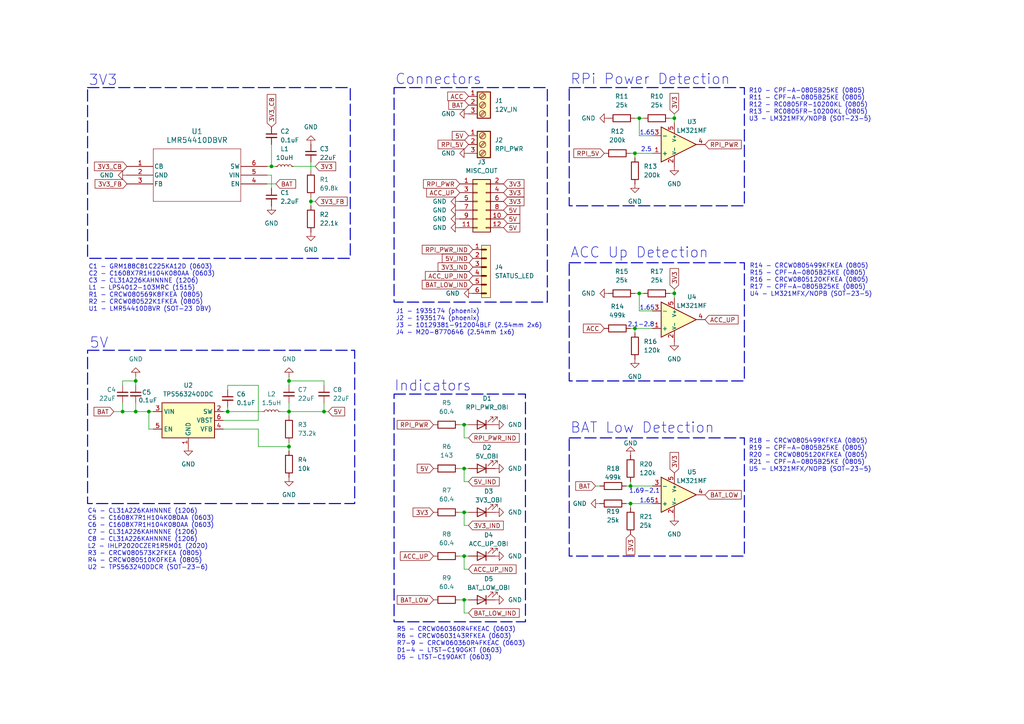
<source format=kicad_sch>
(kicad_sch (version 20250114) (generator "eeschema") (generator_version "9.0")
  (paper "A4")
  (lib_symbols
    (symbol "Connector_Generic:Conn_02x06_Odd_Even" (pin_names (offset 1.016) (hide yes))
      (property "Reference" "J" (at 1.27 7.62 0))
      (property "Value" "Conn_02x06_Odd_Even" (at 1.27 -10.16 0))
      (symbol "Conn_02x06_Odd_Even_1_1"
        (rectangle (start -1.27 6.35) (end 3.81 -8.89) (stroke (width 0.254)) (fill (type background)))
        (rectangle (start -1.27 5.207) (end 0 4.953) (stroke (width 0.1524)))
        (rectangle (start -1.27 2.667) (end 0 2.413) (stroke (width 0.1524)))
        (rectangle (start -1.27 0.127) (end 0 -0.127) (stroke (width 0.1524)))
        (rectangle (start -1.27 -2.413) (end 0 -2.667) (stroke (width 0.1524)))
        (rectangle (start -1.27 -4.953) (end 0 -5.207) (stroke (width 0.1524)))
        (rectangle (start -1.27 -7.493) (end 0 -7.747) (stroke (width 0.1524)))
        (rectangle (start 3.81 5.207) (end 2.54 4.953) (stroke (width 0.1524)))
        (rectangle (start 3.81 2.667) (end 2.54 2.413) (stroke (width 0.1524)))
        (rectangle (start 3.81 0.127) (end 2.54 -0.127) (stroke (width 0.1524)))
        (rectangle (start 3.81 -2.413) (end 2.54 -2.667) (stroke (width 0.1524)))
        (rectangle (start 3.81 -4.953) (end 2.54 -5.207) (stroke (width 0.1524)))
        (rectangle (start 3.81 -7.493) (end 2.54 -7.747) (stroke (width 0.1524)))
        (pin passive line (at -5.08 5.08 0) (length 3.81) (name "Pin_1") (number "1"))
        (pin passive line (at -5.08 2.54 0) (length 3.81) (name "Pin_3") (number "3"))
        (pin passive line (at -5.08 0 0) (length 3.81) (name "Pin_5") (number "5"))
        (pin passive line (at -5.08 -2.54 0) (length 3.81) (name "Pin_7") (number "7"))
        (pin passive line (at -5.08 -5.08 0) (length 3.81) (name "Pin_9") (number "9"))
        (pin passive line (at -5.08 -7.62 0) (length 3.81) (name "Pin_11") (number "11"))
        (pin passive line (at 7.62 5.08 180) (length 3.81) (name "Pin_2") (number "2"))
        (pin passive line (at 7.62 2.54 180) (length 3.81) (name "Pin_4") (number "4"))
        (pin passive line (at 7.62 0 180) (length 3.81) (name "Pin_6") (number "6"))
        (pin passive line (at 7.62 -2.54 180) (length 3.81) (name "Pin_8") (number "8"))
        (pin passive line (at 7.62 -5.08 180) (length 3.81) (name "Pin_10") (number "10"))
        (pin passive line (at 7.62 -7.62 180) (length 3.81) (name "Pin_12") (number "12"))
      )
    )
    (symbol "Device:C_Small" (pin_numbers (hide yes)) (pin_names (offset 0.254) (hide yes))
      (property "Reference" "C" (at 0.254 1.778 0))
      (property "Value" "C_Small" (at 0.254 -2.032 0))
      (symbol "C_Small_0_1"
        (polyline (pts (xy -1.524 0.508) (xy 1.524 0.508)) (stroke (width 0.3048)))
        (polyline (pts (xy -1.524 -0.508) (xy 1.524 -0.508)) (stroke (width 0.3302)))
      )
      (symbol "C_Small_1_1"
        (pin passive line (at 0 2.54 270) (length 2.032) (name "~") (number "1"))
        (pin passive line (at 0 -2.54 90) (length 2.032) (name "~") (number "2"))
      )
    )
    (symbol "Device:LED" (pin_numbers (hide yes)) (pin_names (offset 1.016) (hide yes))
      (property "Reference" "D" (at 0 2.54 0))
      (property "Value" "LED" (at 0 -2.54 0))
      (symbol "LED_0_1"
        (polyline (pts (xy -3.048 -0.762) (xy -4.572 -2.286) (xy -3.81 -2.286) (xy -4.572 -2.286) (xy -4.572 -1.524)))
        (polyline (pts (xy -1.778 -0.762) (xy -3.302 -2.286) (xy -2.54 -2.286) (xy -3.302 -2.286) (xy -3.302 -1.524)))
        (polyline (pts (xy -1.27 0) (xy 1.27 0)))
        (polyline (pts (xy -1.27 -1.27) (xy -1.27 1.27)) (stroke (width 0.254)))
        (polyline (pts (xy 1.27 -1.27) (xy 1.27 1.27) (xy -1.27 0) (xy 1.27 -1.27)) (stroke (width 0.254)))
      )
      (symbol "LED_1_1"
        (pin passive line (at -3.81 0 0) (length 2.54) (name "K") (number "1"))
        (pin passive line (at 3.81 0 180) (length 2.54) (name "A") (number "2"))
      )
    )
    (symbol "Device:L_Small" (pin_numbers (hide yes)) (pin_names (offset 0.254) (hide yes))
      (property "Reference" "L" (at 0.762 1.016 0))
      (property "Value" "L_Small" (at 0.762 -1.016 0))
      (symbol "L_Small_0_1"
        (arc (start 0 2.032) (mid 0.5058 1.524) (end 0 1.016))
        (arc (start 0 1.016) (mid 0.5058 0.508) (end 0 0))
        (arc (start 0 0) (mid 0.5058 -0.508) (end 0 -1.016))
        (arc (start 0 -1.016) (mid 0.5058 -1.524) (end 0 -2.032))
      )
      (symbol "L_Small_1_1"
        (pin passive line (at 0 2.54 270) (length 0.508) (name "~") (number "1"))
        (pin passive line (at 0 -2.54 90) (length 0.508) (name "~") (number "2"))
      )
    )
    (symbol "Device:R" (pin_numbers (hide yes)) (pin_names (offset 0))
      (property "Reference" "R" (at 2.032 0 90))
      (property "Value" "R" (at 0 0 90))
      (symbol "R_0_1"
        (rectangle (start -1.016 -2.54) (end 1.016 2.54) (stroke (width 0.254)))
      )
      (symbol "R_1_1"
        (pin passive line (at 0 3.81 270) (length 1.27) (name "~") (number "1"))
        (pin passive line (at 0 -3.81 90) (length 1.27) (name "~") (number "2"))
      )
    )
    (symbol "LMR54410DBVR:LMR54410DBVR" (pin_names (offset 0.254))
      (property "Reference" "U" (at 20.32 10.16 0))
      (property "Value" "LMR54410DBVR" (at 20.32 7.62 0))
      (symbol "LMR54410DBVR_0_1"
        (polyline (pts (xy 7.62 5.08) (xy 7.62 -10.16)) (stroke (width 0.127)))
        (polyline (pts (xy 7.62 -10.16) (xy 33.02 -10.16)) (stroke (width 0.127)))
        (polyline (pts (xy 33.02 5.08) (xy 7.62 5.08)) (stroke (width 0.127)))
        (polyline (pts (xy 33.02 -10.16) (xy 33.02 5.08)) (stroke (width 0.127)))
        (pin power_in line (at 0 0 0) (length 7.62) (name "CB") (number "1"))
        (pin power_out line (at 0 -2.54 0) (length 7.62) (name "GND") (number "2"))
        (pin unspecified line (at 0 -5.08 0) (length 7.62) (name "FB") (number "3"))
        (pin power_in line (at 40.64 0 180) (length 7.62) (name "SW") (number "6"))
        (pin power_in line (at 40.64 -2.54 180) (length 7.62) (name "VIN") (number "5"))
        (pin unspecified line (at 40.64 -5.08 180) (length 7.62) (name "EN") (number "4"))
      )
    )
    (symbol "PCM_Amplifier_Operational_AKL:LM321MF" (pin_names (offset 0.2))
      (property "Reference" "U" (at 2.54 7.62 0))
      (property "Value" "LM321MF" (at 2.54 5.08 0))
      (symbol "LM321MF_0_1"
        (polyline (pts (xy -5.08 5.08) (xy -5.08 -5.08) (xy 5.08 0) (xy -5.08 5.08)) (stroke (width 0.254)) (fill (type background)))
      )
      (symbol "LM321MF_1_1"
        (pin input line (at -7.62 2.54 0) (length 2.54) (name "-") (number "3"))
        (pin input line (at -7.62 -2.54 0) (length 2.54) (name "+") (number "1"))
        (pin power_in line (at -1.27 6.35 270) (length 3.18) (name "V+") (number "5"))
        (pin power_in line (at -1.27 -6.35 90) (length 3.18) (name "V-") (number "2"))
        (pin output line (at 7.62 0 180) (length 2.54) (name "~") (number "4"))
      )
    )
    (symbol "PCM_SL_Pin_Headers:PINHD_1x6_Male"
      (property "Reference" "J" (at 0 11.43 0))
      (property "Value" "PINHD_1x6_Male" (at 0 8.89 0))
      (symbol "PINHD_1x6_Male_0_1"
        (rectangle (start -1.27 7.62) (end 1.27 -7.62) (fill (type background)))
        (polyline (pts (xy -1.27 6.35) (xy 0 6.35)) (stroke (width 0.3)))
        (polyline (pts (xy -1.27 6.35) (xy 0 6.35)) (stroke (width 0.5)))
        (polyline (pts (xy -1.27 3.81) (xy 0 3.81)) (stroke (width 0.3)))
        (polyline (pts (xy -1.27 3.81) (xy 0 3.81)) (stroke (width 0.5)))
        (polyline (pts (xy -1.27 1.27) (xy 0 1.27)) (stroke (width 0.3)))
        (polyline (pts (xy -1.27 1.27) (xy 0 1.27)) (stroke (width 0.5)))
        (polyline (pts (xy -1.27 -1.27) (xy 0 -1.27)) (stroke (width 0.3)))
        (polyline (pts (xy -1.27 -1.27) (xy 0 -1.27)) (stroke (width 0.5)))
        (polyline (pts (xy -1.27 -3.81) (xy 0 -3.81)) (stroke (width 0.3)))
        (polyline (pts (xy -1.27 -3.81) (xy 0 -3.81)) (stroke (width 0.5)))
        (polyline (pts (xy -1.27 -6.35) (xy 0 -6.35)) (stroke (width 0.3)))
        (polyline (pts (xy -1.27 -6.35) (xy 0 -6.35)) (stroke (width 0.5)))
      )
      (symbol "PINHD_1x6_Male_1_1"
        (pin passive line (at -3.81 6.35 0) (length 2.54) (name "") (number "1"))
        (pin passive line (at -3.81 3.81 0) (length 2.54) (name "") (number "2"))
        (pin passive line (at -3.81 1.27 0) (length 2.54) (name "") (number "3"))
        (pin passive line (at -3.81 -1.27 0) (length 2.54) (name "") (number "4"))
        (pin passive line (at -3.81 -3.81 0) (length 2.54) (name "") (number "5"))
        (pin passive line (at -3.81 -6.35 0) (length 2.54) (name "") (number "6"))
      )
    )
    (symbol "PCM_SL_Screw_Terminal:Screw_Terminal_3_P5.00mm"
      (property "Reference" "J" (at 0 5.842 0))
      (property "Value" "Screw_Terminal_3_P5.00mm" (at 1.27 -5.588 0))
      (symbol "Screw_Terminal_3_P5.00mm_0_1"
        (rectangle (start -1.27 3.81) (end 2.54 -3.81) (stroke (width 0.3)) (fill (type background)))
        (polyline (pts (xy -0.254 1.778) (xy 1.016 3.048)))
        (polyline (pts (xy -0.254 -0.762) (xy 1.016 0.508)))
        (polyline (pts (xy -0.254 -3.302) (xy 1.016 -2.032)))
        (polyline (pts (xy 0 2.54) (xy -0.508 2.032) (xy 0.762 3.302)))
        (polyline (pts (xy 0 0) (xy -0.508 -0.508) (xy 0.762 0.762)))
        (polyline (pts (xy 0 -2.54) (xy -0.508 -3.048) (xy 0.762 -1.778)))
        (circle (center 0.254 2.54) (radius 0.9158))
        (circle (center 0.254 0) (radius 0.9158))
        (circle (center 0.254 -2.54) (radius 0.9158))
      )
      (symbol "Screw_Terminal_3_P5.00mm_1_1"
        (pin passive line (at -3.81 2.54 0) (length 2.54) (name "") (number "1"))
        (pin passive line (at -3.81 0 0) (length 2.54) (name "") (number "2"))
        (pin passive line (at -3.81 -2.54 0) (length 2.54) (name "") (number "3"))
      )
    )
    (symbol "Regulator_Switching:TPS563240DDC"
      (property "Reference" "U" (at -7.62 6.35 0))
      (property "Value" "TPS563240DDC" (at -2.54 6.35 0))
      (symbol "TPS563240DDC_0_1"
        (rectangle (start -7.62 5.08) (end 7.62 -5.08) (stroke (width 0.254)) (fill (type background)))
      )
      (symbol "TPS563240DDC_1_1"
        (pin power_in line (at -10.16 2.54 0) (length 2.54) (name "VIN") (number "3"))
        (pin input line (at -10.16 -2.54 0) (length 2.54) (name "EN") (number "5"))
        (pin power_in line (at 0 -7.62 90) (length 2.54) (name "GND") (number "1"))
        (pin output line (at 10.16 2.54 180) (length 2.54) (name "SW") (number "2"))
        (pin passive line (at 10.16 0 180) (length 2.54) (name "VBST") (number "6"))
        (pin input line (at 10.16 -2.54 180) (length 2.54) (name "VFB") (number "4"))
      )
    )
    (symbol "power:GND" (power) (pin_numbers (hide yes)) (pin_names (offset 0) (hide yes))
      (property "Value" "GND" (at 0 -3.81 0))
      (symbol "GND_0_1"
        (polyline (pts (xy 0 0) (xy 0 -1.27) (xy 1.27 -1.27) (xy 0 -2.54) (xy -1.27 -1.27) (xy 0 -1.27)))
      )
      (symbol "GND_1_1"
        (pin power_in line (at 0 0 270) (length 0) (name "~") (number "1"))
      )
    )
  )
  (rectangle (start 114.3 114.3) (end 152.4 180.34) (stroke (width 0.3) (type dash)))
  (rectangle (start 114.3 25.4) (end 158.75 87.63) (stroke (width 0.3) (type dash)))
  (rectangle (start 25.4 25.4) (end 101.6 74.93) (stroke (width 0.3) (type dash)))
  (rectangle (start 165.1 76.2) (end 215.9 110.49) (stroke (width 0.3) (type dash)))
  (rectangle (start 25.4 101.6) (end 102.87 146.05) (stroke (width 0.3) (type dash)))
  (rectangle (start 165.1 25.4) (end 215.9 59.69) (stroke (width 0.3) (type dash)))
  (rectangle (start 165.1 127) (end 215.9 161.29) (stroke (width 0.3) (type dash)))
  (text "3V3" (at 25.654 23.368 0) (effects (font (size 3 3)) (justify left)))
  (text "1.65" (at 187.706 145.288 0) (effects (font (size 1.27 1.27))))
  (text "R14 - CRCW0805499KFKEA (0805)\nR15 - CPF-A-0805B25KE (0805)\nR16 - CRCW0805120KFKEA (0805)\nR17 - CPF-A-0805B25KE (0805)\nU4 - LM321MFX/NOPB (SOT-23-5)" (at 217.424 76.454 0) (effects (font (size 1.27 1.27)) (justify left top)))
  (text "1.65" (at 187.706 38.608 0) (effects (font (size 1.27 1.27))))
  (text "Connectors" (at 114.554 23.114 0) (effects (font (size 3 3)) (justify left)))
  (text "5V" (at 25.908 99.568 0) (effects (font (size 3 3)) (justify left)))
  (text "R10 - CPF-A-0805B25KE (0805)\nR11 - CPF-A-0805B25KE (0805)\nR12 - RC0805FR-10200KL (0805)\nR13 - RC0805FR-10200KL (0805)\nU3 - LM321MFX/NOPB (SOT-23-5)" (at 217.17 25.654 0) (effects (font (size 1.27 1.27)) (justify left top)))
  (text "C1 - GRM188C81C225KA12D (0603)\nC2 - C1608X7R1H104K080AA (0603)\nC3 - CL31A226KAHNNNE (1206)\nL1 - LPS4012-103MRC (1515)\nR1 - CRCW080569K8FKEA (0805)\nR2 - CRCW080522K1FKEA (0805)\nU1 - LMR54410DBVR (SOT-23 DBV)" (at 25.654 76.708 0) (effects (font (size 1.27 1.27)) (justify left top)))
  (text "R18 - CRCW0805499KFKEA (0805)\nR19 - CPF-A-0805B25KE (0805)\nR20 - CRCW0805120KFKEA (0805)\nR21 - CPF-A-0805B25KE (0805)\nU5 - LM321MFX/NOPB (SOT-23-5)" (at 217.17 127.254 0) (effects (font (size 1.27 1.27)) (justify left top)))
  (text "1.69-2.1" (at 186.944 142.494 0) (effects (font (size 1.27 1.27))))
  (text "1.65" (at 187.706 89.408 0) (effects (font (size 1.27 1.27))))
  (text "RPi Power Detection" (at 165.354 23.114 0) (effects (font (size 3 3)) (justify left)))
  (text "C4 - CL31A226KAHNNNE (1206)\nC5 - C1608X7R1H104K080AA (0603)\nC6 - C1608X7R1H104K080AA (0603)\nC7 - CL31A226KAHNNNE (1206)\nC8 - CL31A226KAHNNNE (1206)\nL2 - IHLP2020CZER1R5M01 (2020)\nR3 - CRCW080573K2FKEA (0805)\nR4 - CRCW080510K0FKEA (0805)\nU2 - TPS563240DDCR (SOT-23-6)" (at 25.4 147.574 0) (effects (font (size 1.27 1.27)) (justify left top)))
  (text "Indicators" (at 114.3 112.014 0) (effects (font (size 3 3)) (justify left)))
  (text "2.5" (at 187.452 43.434 0) (effects (font (size 1.27 1.27))))
  (text "ACC Up Detection" (at 165.354 73.406 0) (effects (font (size 3 3)) (justify left)))
  (text "R5 - CRCW060360R4FKEAC (0603)\nR6 - CRCW0603143RFKEA (0603)\nR7-9 - CRCW060360R4FKEAC (0603)\nD1-4 - LTST-C190GKT (0603)\nD5 - LTST-C190AKT (0603)" (at 115.062 181.864 0) (effects (font (size 1.27 1.27)) (justify left top)))
  (text "J1 - 1935174 (phoenix)\nJ2 - 1935174 (phoenix)\nJ3 - 10129381-912004BLF (2.54mm 2x6)\nJ4 - M20-8770646 (2.54mm 1x6)" (at 114.808 89.662 0) (effects (font (size 1.27 1.27)) (justify left top)))
  (text "2.1-2.8" (at 185.928 94.234 0) (effects (font (size 1.27 1.27))))
  (text "BAT Low Detection" (at 165.354 124.206 0) (effects (font (size 3 3)) (justify left)))
  (junction (at 134.62 148.59))
  (junction (at 93.98 119.38))
  (junction (at 134.62 161.29))
  (junction (at 185.42 85.09))
  (junction (at 182.88 140.97))
  (junction (at 83.82 129.54))
  (junction (at 35.56 119.38))
  (junction (at 184.15 44.45))
  (junction (at 134.62 173.99))
  (junction (at 83.82 119.38))
  (junction (at 195.58 85.09))
  (junction (at 78.74 48.26))
  (junction (at 66.04 119.38))
  (junction (at 90.17 58.42))
  (junction (at 182.88 146.05))
  (junction (at 134.62 135.89))
  (junction (at 134.62 123.19))
  (junction (at 43.18 119.38))
  (junction (at 195.58 34.29))
  (junction (at 83.82 110.49))
  (junction (at 185.42 34.29))
  (junction (at 39.37 110.49))
  (junction (at 184.15 95.25))
  (junction (at 39.37 119.38))
  (wire (pts (xy 194.31 85.09) (xy 195.58 85.09)))
  (wire (pts (xy 194.31 34.29) (xy 195.58 34.29)))
  (wire (pts (xy 195.58 83.82) (xy 195.58 85.09)))
  (wire (pts (xy 77.47 48.26) (xy 78.74 48.26)))
  (wire (pts (xy 182.88 95.25) (xy 184.15 95.25)))
  (wire (pts (xy 74.93 124.46) (xy 64.77 124.46)))
  (wire (pts (xy 134.62 161.29) (xy 135.89 161.29)))
  (wire (pts (xy 134.62 173.99) (xy 135.89 173.99)))
  (wire (pts (xy 93.98 119.38) (xy 93.98 116.84)))
  (wire (pts (xy 134.62 161.29) (xy 134.62 165.1)))
  (wire (pts (xy 83.82 116.84) (xy 83.82 119.38)))
  (wire (pts (xy 182.88 44.45) (xy 184.15 44.45)))
  (wire (pts (xy 184.15 85.09) (xy 185.42 85.09)))
  (wire (pts (xy 182.88 139.7) (xy 182.88 140.97)))
  (wire (pts (xy 189.23 90.17) (xy 185.42 90.17)))
  (wire (pts (xy 184.15 44.45) (xy 184.15 45.72)))
  (wire (pts (xy 133.35 148.59) (xy 134.62 148.59)))
  (wire (pts (xy 83.82 120.65) (xy 83.82 119.38)))
  (wire (pts (xy 189.23 39.37) (xy 185.42 39.37)))
  (wire (pts (xy 78.74 41.91) (xy 78.74 48.26)))
  (wire (pts (xy 135.89 152.4) (xy 134.62 152.4)))
  (wire (pts (xy 184.15 95.25) (xy 184.15 96.52)))
  (wire (pts (xy 74.93 121.92) (xy 74.93 111.76)))
  (wire (pts (xy 133.35 173.99) (xy 134.62 173.99)))
  (wire (pts (xy 182.88 146.05) (xy 182.88 147.32)))
  (wire (pts (xy 74.93 111.76) (xy 66.04 111.76)))
  (wire (pts (xy 93.98 119.38) (xy 95.25 119.38)))
  (wire (pts (xy 134.62 148.59) (xy 135.89 148.59)))
  (wire (pts (xy 66.04 111.76) (xy 66.04 113.03)))
  (wire (pts (xy 135.89 127) (xy 134.62 127)))
  (wire (pts (xy 185.42 90.17) (xy 185.42 85.09)))
  (wire (pts (xy 133.35 161.29) (xy 134.62 161.29)))
  (wire (pts (xy 43.18 124.46) (xy 44.45 124.46)))
  (wire (pts (xy 43.18 119.38) (xy 44.45 119.38)))
  (wire (pts (xy 134.62 152.4) (xy 134.62 148.59)))
  (wire (pts (xy 43.18 119.38) (xy 43.18 124.46)))
  (wire (pts (xy 74.93 129.54) (xy 83.82 129.54)))
  (wire (pts (xy 83.82 110.49) (xy 93.98 110.49)))
  (wire (pts (xy 184.15 44.45) (xy 189.23 44.45)))
  (wire (pts (xy 66.04 119.38) (xy 66.04 118.11)))
  (wire (pts (xy 83.82 110.49) (xy 83.82 111.76)))
  (wire (pts (xy 172.72 140.97) (xy 173.99 140.97)))
  (wire (pts (xy 195.58 85.09) (xy 195.58 86.36)))
  (wire (pts (xy 64.77 121.92) (xy 74.93 121.92)))
  (wire (pts (xy 33.02 119.38) (xy 35.56 119.38)))
  (wire (pts (xy 90.17 46.99) (xy 90.17 49.53)))
  (wire (pts (xy 195.58 33.02) (xy 195.58 34.29)))
  (wire (pts (xy 90.17 58.42) (xy 90.17 59.69)))
  (wire (pts (xy 185.42 39.37) (xy 185.42 34.29)))
  (wire (pts (xy 78.74 50.8) (xy 77.47 50.8)))
  (wire (pts (xy 134.62 165.1) (xy 135.89 165.1)))
  (wire (pts (xy 35.56 110.49) (xy 35.56 111.76)))
  (wire (pts (xy 77.47 53.34) (xy 80.01 53.34)))
  (wire (pts (xy 39.37 109.22) (xy 39.37 110.49)))
  (wire (pts (xy 35.56 110.49) (xy 39.37 110.49)))
  (wire (pts (xy 185.42 34.29) (xy 186.69 34.29)))
  (wire (pts (xy 39.37 110.49) (xy 39.37 111.76)))
  (wire (pts (xy 39.37 116.84) (xy 39.37 119.38)))
  (wire (pts (xy 133.35 123.19) (xy 134.62 123.19)))
  (wire (pts (xy 181.61 140.97) (xy 182.88 140.97)))
  (wire (pts (xy 90.17 58.42) (xy 91.44 58.42)))
  (wire (pts (xy 184.15 95.25) (xy 189.23 95.25)))
  (wire (pts (xy 39.37 119.38) (xy 43.18 119.38)))
  (wire (pts (xy 134.62 177.8) (xy 134.62 173.99)))
  (wire (pts (xy 83.82 129.54) (xy 83.82 130.81)))
  (wire (pts (xy 134.62 127) (xy 134.62 123.19)))
  (wire (pts (xy 83.82 119.38) (xy 93.98 119.38)))
  (wire (pts (xy 93.98 110.49) (xy 93.98 111.76)))
  (wire (pts (xy 35.56 119.38) (xy 39.37 119.38)))
  (wire (pts (xy 181.61 146.05) (xy 182.88 146.05)))
  (wire (pts (xy 134.62 135.89) (xy 135.89 135.89)))
  (wire (pts (xy 182.88 140.97) (xy 189.23 140.97)))
  (wire (pts (xy 64.77 119.38) (xy 66.04 119.38)))
  (wire (pts (xy 83.82 109.22) (xy 83.82 110.49)))
  (wire (pts (xy 78.74 48.26) (xy 80.01 48.26)))
  (wire (pts (xy 134.62 123.19) (xy 135.89 123.19)))
  (wire (pts (xy 83.82 128.27) (xy 83.82 129.54)))
  (wire (pts (xy 74.93 129.54) (xy 74.93 124.46)))
  (wire (pts (xy 184.15 34.29) (xy 185.42 34.29)))
  (wire (pts (xy 185.42 85.09) (xy 186.69 85.09)))
  (wire (pts (xy 135.89 177.8) (xy 134.62 177.8)))
  (wire (pts (xy 78.74 50.8) (xy 78.74 54.61)))
  (wire (pts (xy 81.28 119.38) (xy 83.82 119.38)))
  (wire (pts (xy 134.62 139.7) (xy 134.62 135.89)))
  (wire (pts (xy 85.09 48.26) (xy 91.44 48.26)))
  (wire (pts (xy 133.35 135.89) (xy 134.62 135.89)))
  (wire (pts (xy 90.17 57.15) (xy 90.17 58.42)))
  (wire (pts (xy 35.56 116.84) (xy 35.56 119.38)))
  (wire (pts (xy 135.89 139.7) (xy 134.62 139.7)))
  (wire (pts (xy 195.58 34.29) (xy 195.58 35.56)))
  (wire (pts (xy 66.04 119.38) (xy 76.2 119.38)))
  (wire (pts (xy 182.88 146.05) (xy 189.23 146.05)))
  (global_label "3V3" (shape input) (at 146.05 58.42 0) (property "Intersheetrefs" "${INTERSHEET_REFS}" (effects (hide yes))))
  (global_label "3V3" (shape input) (at 125.73 148.59 180) (property "Intersheetrefs" "${INTERSHEET_REFS}" (effects (hide yes))))
  (global_label "RPI_PWR" (shape input) (at 133.35 53.34 180) (property "Intersheetrefs" "${INTERSHEET_REFS}" (effects (hide yes))))
  (global_label "5V" (shape input) (at 125.73 135.89 180) (property "Intersheetrefs" "${INTERSHEET_REFS}" (effects (hide yes))))
  (global_label "ACC" (shape input) (at 135.89 27.94 180) (property "Intersheetrefs" "${INTERSHEET_REFS}" (effects (hide yes))))
  (global_label "3V3_CB" (shape input) (at 36.83 48.26 180) (property "Intersheetrefs" "${INTERSHEET_REFS}" (effects (hide yes))))
  (global_label "5V_IND" (shape input) (at 137.16 74.93 180) (property "Intersheetrefs" "${INTERSHEET_REFS}" (effects (hide yes))))
  (global_label "BAT" (shape input) (at 33.02 119.38 180) (property "Intersheetrefs" "${INTERSHEET_REFS}" (effects (hide yes))))
  (global_label "BAT" (shape input) (at 135.89 30.48 180) (property "Intersheetrefs" "${INTERSHEET_REFS}" (effects (hide yes))))
  (global_label "5V" (shape input) (at 146.05 60.96 0) (property "Intersheetrefs" "${INTERSHEET_REFS}" (effects (hide yes))))
  (global_label "ACC" (shape input) (at 175.26 95.25 180) (property "Intersheetrefs" "${INTERSHEET_REFS}" (effects (hide yes))))
  (global_label "BAT_LOW" (shape input) (at 125.73 173.99 180) (property "Intersheetrefs" "${INTERSHEET_REFS}" (effects (hide yes))))
  (global_label "5V" (shape input) (at 135.89 39.37 180) (property "Intersheetrefs" "${INTERSHEET_REFS}" (effects (hide yes))))
  (global_label "ACC_UP" (shape input) (at 133.35 55.88 180) (property "Intersheetrefs" "${INTERSHEET_REFS}" (effects (hide yes))))
  (global_label "3V3" (shape input) (at 195.58 33.02 90) (property "Intersheetrefs" "${INTERSHEET_REFS}" (effects (hide yes))))
  (global_label "ACC_UP_IND" (shape input) (at 137.16 80.01 180) (property "Intersheetrefs" "${INTERSHEET_REFS}" (effects (hide yes))))
  (global_label "ACC_UP" (shape input) (at 204.47 92.71 0) (property "Intersheetrefs" "${INTERSHEET_REFS}" (effects (hide yes))))
  (global_label "3V3" (shape input) (at 146.05 53.34 0) (property "Intersheetrefs" "${INTERSHEET_REFS}" (effects (hide yes))))
  (global_label "3V3_IND" (shape input) (at 135.89 152.4 0) (property "Intersheetrefs" "${INTERSHEET_REFS}" (effects (hide yes))))
  (global_label "RPI_PWR_IND" (shape input) (at 135.89 127 0) (property "Intersheetrefs" "${INTERSHEET_REFS}" (effects (hide yes))))
  (global_label "BAT_LOW_IND" (shape input) (at 135.89 177.8 0) (property "Intersheetrefs" "${INTERSHEET_REFS}" (effects (hide yes))))
  (global_label "3V3_FB" (shape input) (at 91.44 58.42 0) (property "Intersheetrefs" "${INTERSHEET_REFS}" (effects (hide yes))))
  (global_label "RPI_5V" (shape input) (at 175.26 44.45 180) (property "Intersheetrefs" "${INTERSHEET_REFS}" (effects (hide yes))))
  (global_label "ACC_UP_IND" (shape input) (at 135.89 165.1 0) (property "Intersheetrefs" "${INTERSHEET_REFS}" (effects (hide yes))))
  (global_label "5V" (shape input) (at 95.25 119.38 0) (property "Intersheetrefs" "${INTERSHEET_REFS}" (effects (hide yes))))
  (global_label "ACC_UP" (shape input) (at 125.73 161.29 180) (property "Intersheetrefs" "${INTERSHEET_REFS}" (effects (hide yes))))
  (global_label "BAT" (shape input) (at 172.72 140.97 180) (property "Intersheetrefs" "${INTERSHEET_REFS}" (effects (hide yes))))
  (global_label "3V3_CB" (shape input) (at 78.74 36.83 90) (property "Intersheetrefs" "${INTERSHEET_REFS}" (effects (hide yes))))
  (global_label "5V" (shape input) (at 146.05 63.5 0) (property "Intersheetrefs" "${INTERSHEET_REFS}" (effects (hide yes))))
  (global_label "BAT_LOW_IND" (shape input) (at 137.16 82.55 180) (property "Intersheetrefs" "${INTERSHEET_REFS}" (effects (hide yes))))
  (global_label "3V3" (shape input) (at 91.44 48.26 0) (property "Intersheetrefs" "${INTERSHEET_REFS}" (effects (hide yes))))
  (global_label "3V3_FB" (shape input) (at 36.83 53.34 180) (property "Intersheetrefs" "${INTERSHEET_REFS}" (effects (hide yes))))
  (global_label "RPI_5V" (shape input) (at 135.89 41.91 180) (property "Intersheetrefs" "${INTERSHEET_REFS}" (effects (hide yes))))
  (global_label "3V3" (shape input) (at 146.05 55.88 0) (property "Intersheetrefs" "${INTERSHEET_REFS}" (effects (hide yes))))
  (global_label "3V3_IND" (shape input) (at 137.16 77.47 180) (property "Intersheetrefs" "${INTERSHEET_REFS}" (effects (hide yes))))
  (global_label "RPI_PWR_IND" (shape input) (at 137.16 72.39 180) (property "Intersheetrefs" "${INTERSHEET_REFS}" (effects (hide yes))))
  (global_label "3V3" (shape input) (at 195.58 137.16 90) (property "Intersheetrefs" "${INTERSHEET_REFS}" (effects (hide yes))))
  (global_label "5V" (shape input) (at 146.05 66.04 0) (property "Intersheetrefs" "${INTERSHEET_REFS}" (effects (hide yes))))
  (global_label "RPI_PWR" (shape input) (at 125.73 123.19 180) (property "Intersheetrefs" "${INTERSHEET_REFS}" (effects (hide yes))))
  (global_label "5V_IND" (shape input) (at 135.89 139.7 0) (property "Intersheetrefs" "${INTERSHEET_REFS}" (effects (hide yes))))
  (global_label "3V3" (shape input) (at 195.58 83.82 90) (property "Intersheetrefs" "${INTERSHEET_REFS}" (effects (hide yes))))
  (global_label "BAT" (shape input) (at 80.01 53.34 0) (property "Intersheetrefs" "${INTERSHEET_REFS}" (effects (hide yes))))
  (global_label "BAT_LOW" (shape input) (at 204.47 143.51 0) (property "Intersheetrefs" "${INTERSHEET_REFS}" (effects (hide yes))))
  (global_label "3V3" (shape input) (at 182.88 154.94 270) (property "Intersheetrefs" "${INTERSHEET_REFS}" (effects (hide yes))))
  (global_label "RPI_PWR" (shape input) (at 204.47 41.91 0) (property "Intersheetrefs" "${INTERSHEET_REFS}" (effects (hide yes))))
  (symbol (lib_id "Device:R") (at 83.82 134.62 0) (unit 1)
    (property "Reference" "R4" (at 86.36 133.3499 0) (effects (justify left)))
    (property "Value" "10k" (at 86.36 135.8899 0) (effects (justify left)))
    (property "Footprint" "PCM_Resistor_SMD_AKL:R_0805_2012Metric_Pad1.15x1.40mm_HandSolder" (effects (hide yes)))
    (property "Description" "Resistor" (effects (hide yes)))
  )
  (symbol (lib_id "Device:R") (at 129.54 161.29 90) (unit 1)
    (property "Reference" "R8" (at 129.54 154.94 90))
    (property "Value" "60.4" (at 129.54 157.48 90))
    (property "Footprint" "PCM_Resistor_SMD_AKL:R_0603_1608Metric_Pad1.05x0.95mm_HandSolder" (effects (hide yes)))
    (property "Description" "Resistor" (effects (hide yes)))
  )
  (symbol (lib_id "Device:C_Small") (at 78.74 57.15 0) (unit 1)
    (property "Reference" "C1" (at 81.28 55.8862 0) (effects (justify left)))
    (property "Value" "2.2uF" (at 81.28 58.4262 0) (effects (justify left)))
    (property "Footprint" "Capacitor_SMD:C_0603_1608Metric_Pad1.08x0.95mm_HandSolder" (effects (hide yes)))
    (property "Description" "Unpolarized capacitor, small symbol" (effects (hide yes)))
  )
  (symbol (lib_id "PCM_Amplifier_Operational_AKL:LM321MF") (at 196.85 143.51 0) (unit 1)
    (property "Reference" "U5" (at 200.66 136.906 0))
    (property "Value" "LM321MF" (at 200.66 139.446 0))
    (property "Footprint" "PCM_Package_TO_SOT_SMD_AKL:SOT-23-5" (effects (hide yes)))
    (property "Datasheet" "https://www.ti.com/lit/ds/symlink/lm321.pdf?ts=1636230791178&ref_url=https%253A%252F%252Fwww.google.com%252F" (effects (hide yes)))
    (property "Description" "SOT-23-5 Operational Amplifier, 7mV Offset, 1MHz GBW, Alternate KiCAD Library" (effects (hide yes)))
  )
  (symbol (lib_id "PCM_SL_Screw_Terminal:Screw_Terminal_3_P5.00mm") (at 139.7 41.91 0) (unit 1)
    (property "Reference" "J2" (at 143.51 40.6399 0) (effects (justify left)))
    (property "Value" "RPI_PWR" (at 143.51 43.1799 0) (effects (justify left)))
    (property "Footprint" "TerminalBlock_Phoenix:TerminalBlock_Phoenix_PT-1,5-3-5.0-H_1x03_P5.00mm_Horizontal" (effects (hide yes)))
  )
  (symbol (lib_id "Device:R") (at 190.5 34.29 270) (unit 1)
    (property "Reference" "R10" (at 190.5 27.94 90))
    (property "Value" "25k" (at 190.5 30.48 90))
    (property "Footprint" "PCM_Resistor_SMD_AKL:R_0805_2012Metric_Pad1.15x1.40mm_HandSolder" (effects (hide yes)))
    (property "Description" "Resistor" (effects (hide yes)))
  )
  (symbol (lib_id "power:GND") (at 133.35 63.5 270) (unit 1)
    (property "Reference" "#PWR05" (effects (hide yes)))
    (property "Value" "GND" (at 129.54 63.4999 90) (effects (justify right)))
    (property "Description" "Power symbol creates a global label with name \"GND\" , ground" (effects (hide yes)))
  )
  (symbol (lib_id "Regulator_Switching:TPS563240DDC") (at 54.61 121.92 0) (unit 1)
    (property "Reference" "U2" (at 54.61 111.76 0))
    (property "Value" "TPS563240DDC" (at 54.61 114.3 0))
    (property "Footprint" "Package_TO_SOT_SMD:SOT-23-6_Handsoldering" (effects (hide yes)))
    (property "Datasheet" "www.ti.com/lit/ds/symlink/tps563240.pdf" (effects (hide yes)))
    (property "Description" "3A Synchronous Step-Down Voltage Regulator, Adjustable Output Voltage, 4.5-17V Input Voltage, SOT-23-6" (effects (hide yes)))
  )
  (symbol (lib_id "Device:L_Small") (at 78.74 119.38 90) (unit 1)
    (property "Reference" "L2" (at 78.74 114.3 90))
    (property "Value" "1.5uH" (at 78.74 116.84 90))
    (property "Footprint" "PCM_Inductor_SMD_Handsoldering_AKL:L_Vishay_IHLP-2020" (effects (hide yes)))
    (property "Description" "Inductor, small symbol" (effects (hide yes)))
  )
  (symbol (lib_id "PCM_SL_Pin_Headers:PINHD_1x6_Male") (at 140.97 78.74 0) (unit 1)
    (property "Reference" "J4" (at 143.51 77.4699 0) (effects (justify left)))
    (property "Value" "STATUS_LED" (at 143.51 80.0099 0) (effects (justify left)))
    (property "Footprint" "Connector_PinHeader_2.54mm:PinHeader_1x06_P2.54mm_Vertical" (effects (hide yes)))
    (property "Description" "Pin Header male with pin space 2.54mm. Pin Count -6" (effects (hide yes)))
  )
  (symbol (lib_id "Device:R") (at 90.17 63.5 0) (unit 1)
    (property "Reference" "R2" (at 92.71 62.2299 0) (effects (justify left)))
    (property "Value" "22.1k" (at 92.71 64.7699 0) (effects (justify left)))
    (property "Footprint" "PCM_Resistor_SMD_AKL:R_0805_2012Metric_Pad1.15x1.40mm_HandSolder" (effects (hide yes)))
    (property "Description" "Resistor" (effects (hide yes)))
  )
  (symbol (lib_id "Device:R") (at 190.5 85.09 270) (unit 1)
    (property "Reference" "R17" (at 190.5 78.74 90))
    (property "Value" "25k" (at 190.5 81.28 90))
    (property "Footprint" "PCM_Resistor_SMD_AKL:R_0805_2012Metric_Pad1.15x1.40mm_HandSolder" (effects (hide yes)))
    (property "Description" "Resistor" (effects (hide yes)))
  )
  (symbol (lib_id "power:GND") (at 83.82 109.22 180) (unit 1)
    (property "Reference" "#PWR016" (effects (hide yes)))
    (property "Value" "GND" (at 83.82 104.14 0))
    (property "Description" "Power symbol creates a global label with name \"GND\" , ground" (effects (hide yes)))
  )
  (symbol (lib_id "Device:LED") (at 139.7 135.89 180) (unit 1)
    (property "Reference" "D2" (at 141.224 129.794 0))
    (property "Value" "5V_OBI" (at 141.224 132.334 0))
    (property "Footprint" "LED_SMD:LED_0603_1608Metric_Pad1.05x0.95mm_HandSolder" (effects (hide yes)))
    (property "Description" "Light emitting diode" (effects (hide yes)))
  )
  (symbol (lib_id "Device:LED") (at 139.7 161.29 180) (unit 1)
    (property "Reference" "D4" (at 141.732 155.194 0))
    (property "Value" "ACC_UP_OBI" (at 141.732 157.734 0))
    (property "Footprint" "LED_SMD:LED_0603_1608Metric_Pad1.05x0.95mm_HandSolder" (effects (hide yes)))
    (property "Description" "Light emitting diode" (effects (hide yes)))
  )
  (symbol (lib_id "LMR54410DBVR:LMR54410DBVR") (at 36.83 48.26 0) (unit 1)
    (property "Reference" "U1" (at 57.15 38.1 0) (effects (font (size 1.524 1.524))))
    (property "Value" "LMR54410DBVR" (at 57.15 40.64 0) (effects (font (size 1.524 1.524))))
    (property "Footprint" "SOT-23-6-DBV_TEX" (effects (hide yes)))
    (property "Datasheet" "https://www.ti.com/lit/gpn/lmr54410" (effects (hide yes)))
  )
  (symbol (lib_id "power:GND") (at 143.51 135.89 90) (unit 1)
    (property "Reference" "#PWR018" (effects (hide yes)))
    (property "Value" "GND" (at 147.32 135.8899 90) (effects (justify right)))
    (property "Description" "Power symbol creates a global label with name \"GND\" , ground" (effects (hide yes)))
  )
  (symbol (lib_id "Device:R") (at 184.15 49.53 180) (unit 1)
    (property "Reference" "R13" (at 186.69 48.2599 0) (effects (justify right)))
    (property "Value" "200k" (at 186.69 50.7999 0) (effects (justify right)))
    (property "Footprint" "PCM_Resistor_SMD_AKL:R_0805_2012Metric_Pad1.15x1.40mm_HandSolder" (effects (hide yes)))
    (property "Description" "Resistor" (effects (hide yes)))
  )
  (symbol (lib_id "Device:R") (at 83.82 124.46 0) (unit 1)
    (property "Reference" "R3" (at 86.36 123.1899 0) (effects (justify left)))
    (property "Value" "73.2k" (at 86.36 125.7299 0) (effects (justify left)))
    (property "Footprint" "PCM_Resistor_SMD_AKL:R_0805_2012Metric_Pad1.15x1.40mm_HandSolder" (effects (hide yes)))
    (property "Description" "Resistor" (effects (hide yes)))
  )
  (symbol (lib_id "PCM_SL_Screw_Terminal:Screw_Terminal_3_P5.00mm") (at 139.7 30.48 0) (unit 1)
    (property "Reference" "J1" (at 143.51 29.2099 0) (effects (justify left)))
    (property "Value" "12V_IN" (at 143.51 31.7499 0) (effects (justify left)))
    (property "Footprint" "TerminalBlock_Phoenix:TerminalBlock_Phoenix_PT-1,5-3-5.0-H_1x03_P5.00mm_Horizontal" (effects (hide yes)))
  )
  (symbol (lib_id "Device:R") (at 90.17 53.34 0) (unit 1)
    (property "Reference" "R1" (at 92.71 52.0699 0) (effects (justify left)))
    (property "Value" "69.8k" (at 92.71 54.6099 0) (effects (justify left)))
    (property "Footprint" "PCM_Resistor_SMD_AKL:R_0805_2012Metric_Pad1.15x1.40mm_HandSolder" (effects (hide yes)))
    (property "Description" "Resistor" (effects (hide yes)))
  )
  (symbol (lib_id "power:GND") (at 135.89 33.02 270) (unit 1)
    (property "Reference" "#PWR01" (effects (hide yes)))
    (property "Value" "GND" (at 132.08 33.0199 90) (effects (justify right)))
    (property "Description" "Power symbol creates a global label with name \"GND\" , ground" (effects (hide yes)))
  )
  (symbol (lib_id "power:GND") (at 143.51 161.29 90) (unit 1)
    (property "Reference" "#PWR03" (effects (hide yes)))
    (property "Value" "GND" (at 147.32 161.2899 90) (effects (justify right)))
    (property "Description" "Power symbol creates a global label with name \"GND\" , ground" (effects (hide yes)))
  )
  (symbol (lib_id "Device:R") (at 180.34 34.29 90) (unit 1)
    (property "Reference" "R11" (at 180.34 27.94 90))
    (property "Value" "25k" (at 180.34 30.48 90))
    (property "Footprint" "PCM_Resistor_SMD_AKL:R_0805_2012Metric_Pad1.15x1.40mm_HandSolder" (effects (hide yes)))
    (property "Description" "Resistor" (effects (hide yes)))
  )
  (symbol (lib_id "Device:C_Small") (at 66.04 115.57 0) (unit 1)
    (property "Reference" "C6" (at 68.58 114.3062 0) (effects (justify left)))
    (property "Value" "0.1uF" (at 68.58 116.8462 0) (effects (justify left)))
    (property "Footprint" "Capacitor_SMD:C_0603_1608Metric_Pad1.08x0.95mm_HandSolder" (effects (hide yes)))
    (property "Description" "Unpolarized capacitor, small symbol" (effects (hide yes)))
  )
  (symbol (lib_id "power:GND") (at 90.17 41.91 180) (unit 1)
    (property "Reference" "#PWR012" (effects (hide yes)))
    (property "Value" "GND" (at 90.17 36.83 0))
    (property "Description" "Power symbol creates a global label with name \"GND\" , ground" (effects (hide yes)))
  )
  (symbol (lib_id "power:GND") (at 133.35 58.42 270) (unit 1)
    (property "Reference" "#PWR07" (effects (hide yes)))
    (property "Value" "GND" (at 129.54 58.4199 90) (effects (justify right)))
    (property "Description" "Power symbol creates a global label with name \"GND\" , ground" (effects (hide yes)))
  )
  (symbol (lib_id "Device:C_Small") (at 39.37 114.3 0) (unit 1)
    (property "Reference" "C5" (at 41.148 113.792 0) (effects (justify left)))
    (property "Value" "0.1uF" (at 40.132 116.078 0) (effects (justify left)))
    (property "Footprint" "Capacitor_SMD:C_0603_1608Metric_Pad1.08x0.95mm_HandSolder" (effects (hide yes)))
    (property "Description" "Unpolarized capacitor, small symbol" (effects (hide yes)))
  )
  (symbol (lib_id "Device:R") (at 179.07 95.25 90) (unit 1)
    (property "Reference" "R14" (at 179.07 88.9 90))
    (property "Value" "499k" (at 179.07 91.44 90))
    (property "Footprint" "PCM_Resistor_SMD_AKL:R_0805_2012Metric_Pad1.15x1.40mm_HandSolder" (effects (hide yes)))
    (property "Description" "Resistor" (effects (hide yes)))
  )
  (symbol (lib_id "Device:LED") (at 139.7 123.19 180) (unit 1)
    (property "Reference" "D1" (at 141.2875 115.57 0))
    (property "Value" "RPI_PWR_OBI" (at 141.2875 118.11 0))
    (property "Footprint" "LED_SMD:LED_0603_1608Metric_Pad1.05x0.95mm_HandSolder" (effects (hide yes)))
    (property "Description" "Light emitting diode" (effects (hide yes)))
  )
  (symbol (lib_id "power:GND") (at 133.35 60.96 270) (unit 1)
    (property "Reference" "#PWR06" (effects (hide yes)))
    (property "Value" "GND" (at 129.54 60.9599 90) (effects (justify right)))
    (property "Description" "Power symbol creates a global label with name \"GND\" , ground" (effects (hide yes)))
  )
  (symbol (lib_id "Device:R") (at 129.54 135.89 90) (unit 1)
    (property "Reference" "R6" (at 129.54 129.54 90))
    (property "Value" "143" (at 129.54 132.08 90))
    (property "Footprint" "PCM_Resistor_SMD_AKL:R_0603_1608Metric_Pad1.05x0.95mm_HandSolder" (effects (hide yes)))
    (property "Description" "Resistor" (effects (hide yes)))
  )
  (symbol (lib_id "Device:C_Small") (at 83.82 114.3 0) (unit 1)
    (property "Reference" "C7" (at 86.36 113.0362 0) (effects (justify left)))
    (property "Value" "22uF" (at 86.36 115.5762 0) (effects (justify left)))
    (property "Footprint" "Capacitor_SMD:C_1206_3216Metric_Pad1.33x1.80mm_HandSolder" (effects (hide yes)))
    (property "Description" "Unpolarized capacitor, small symbol" (effects (hide yes)))
  )
  (symbol (lib_id "power:GND") (at 184.15 104.14 0) (unit 1)
    (property "Reference" "#PWR025" (effects (hide yes)))
    (property "Value" "GND" (at 184.15 109.22 0))
    (property "Description" "Power symbol creates a global label with name \"GND\" , ground" (effects (hide yes)))
  )
  (symbol (lib_id "Device:C_Small") (at 90.17 44.45 0) (unit 1)
    (property "Reference" "C3" (at 92.71 43.1862 0) (effects (justify left)))
    (property "Value" "22uF" (at 92.71 45.7262 0) (effects (justify left)))
    (property "Footprint" "Capacitor_SMD:C_1206_3216Metric_Pad1.33x1.80mm_HandSolder" (effects (hide yes)))
    (property "Description" "Unpolarized capacitor, small symbol" (effects (hide yes)))
  )
  (symbol (lib_id "power:GND") (at 83.82 138.43 0) (unit 1)
    (property "Reference" "#PWR015" (effects (hide yes)))
    (property "Value" "GND" (at 83.82 143.51 0))
    (property "Description" "Power symbol creates a global label with name \"GND\" , ground" (effects (hide yes)))
  )
  (symbol (lib_id "PCM_Amplifier_Operational_AKL:LM321MF") (at 196.85 41.91 0) (unit 1)
    (property "Reference" "U3" (at 200.66 35.306 0))
    (property "Value" "LM321MF" (at 200.66 37.846 0))
    (property "Footprint" "PCM_Package_TO_SOT_SMD_AKL:SOT-23-5" (effects (hide yes)))
    (property "Datasheet" "https://www.ti.com/lit/ds/symlink/lm321.pdf?ts=1636230791178&ref_url=https%253A%252F%252Fwww.google.com%252F" (effects (hide yes)))
    (property "Description" "SOT-23-5 Operational Amplifier, 7mV Offset, 1MHz GBW, Alternate KiCAD Library" (effects (hide yes)))
  )
  (symbol (lib_id "power:GND") (at 176.53 34.29 270) (unit 1)
    (property "Reference" "#PWR022" (effects (hide yes)))
    (property "Value" "GND" (at 172.72 34.2899 90) (effects (justify right)))
    (property "Description" "Power symbol creates a global label with name \"GND\" , ground" (effects (hide yes)))
  )
  (symbol (lib_id "power:GND") (at 195.58 48.26 0) (unit 1)
    (property "Reference" "#PWR021" (effects (hide yes)))
    (property "Value" "GND" (at 195.58 53.34 0))
    (property "Description" "Power symbol creates a global label with name \"GND\" , ground" (effects (hide yes)))
  )
  (symbol (lib_id "power:GND") (at 143.51 123.19 90) (unit 1)
    (property "Reference" "#PWR017" (effects (hide yes)))
    (property "Value" "GND" (at 147.32 123.1899 90) (effects (justify right)))
    (property "Description" "Power symbol creates a global label with name \"GND\" , ground" (effects (hide yes)))
  )
  (symbol (lib_id "power:GND") (at 143.51 148.59 90) (unit 1)
    (property "Reference" "#PWR019" (effects (hide yes)))
    (property "Value" "GND" (at 147.32 148.5899 90) (effects (justify right)))
    (property "Description" "Power symbol creates a global label with name \"GND\" , ground" (effects (hide yes)))
  )
  (symbol (lib_id "Connector_Generic:Conn_02x06_Odd_Even") (at 138.43 58.42 0) (unit 1)
    (property "Reference" "J3" (at 139.7 46.99 0))
    (property "Value" "MISC_OUT" (at 139.7 49.53 0))
    (property "Footprint" "Connector_PinSocket_2.54mm:PinSocket_2x06_P2.54mm_Vertical" (effects (hide yes)))
    (property "Description" "Generic connector, double row, 02x06, odd/even pin numbering scheme (row 1 odd numbers, row 2 even numbers), script generated (kicad-library-utils/schlib/autogen/connector/)" (effects (hide yes)))
  )
  (symbol (lib_id "Device:R") (at 182.88 151.13 180) (unit 1)
    (property "Reference" "R21" (at 185.42 149.8599 0) (effects (justify right)))
    (property "Value" "25k" (at 185.42 152.3999 0) (effects (justify right)))
    (property "Footprint" "PCM_Resistor_SMD_AKL:R_0805_2012Metric_Pad1.15x1.40mm_HandSolder" (effects (hide yes)))
    (property "Description" "Resistor" (effects (hide yes)))
  )
  (symbol (lib_id "power:GND") (at 176.53 85.09 270) (unit 1)
    (property "Reference" "#PWR024" (effects (hide yes)))
    (property "Value" "GND" (at 172.72 85.0899 90) (effects (justify right)))
    (property "Description" "Power symbol creates a global label with name \"GND\" , ground" (effects (hide yes)))
  )
  (symbol (lib_id "power:GND") (at 135.89 44.45 270) (unit 1)
    (property "Reference" "#PWR02" (effects (hide yes)))
    (property "Value" "GND" (at 132.08 44.4499 90) (effects (justify right)))
    (property "Description" "Power symbol creates a global label with name \"GND\" , ground" (effects (hide yes)))
  )
  (symbol (lib_id "power:GND") (at 137.16 85.09 270) (unit 1)
    (property "Reference" "#PWR08" (effects (hide yes)))
    (property "Value" "GND" (at 133.35 85.0899 90) (effects (justify right)))
    (property "Description" "Power symbol creates a global label with name \"GND\" , ground" (effects (hide yes)))
  )
  (symbol (lib_id "Device:R") (at 129.54 148.59 90) (unit 1)
    (property "Reference" "R7" (at 129.54 142.24 90))
    (property "Value" "60.4" (at 129.54 144.78 90))
    (property "Footprint" "PCM_Resistor_SMD_AKL:R_0603_1608Metric_Pad1.05x0.95mm_HandSolder" (effects (hide yes)))
    (property "Description" "Resistor" (effects (hide yes)))
  )
  (symbol (lib_id "Device:R") (at 180.34 85.09 90) (unit 1)
    (property "Reference" "R15" (at 180.34 78.74 90))
    (property "Value" "25k" (at 180.34 81.28 90))
    (property "Footprint" "PCM_Resistor_SMD_AKL:R_0805_2012Metric_Pad1.15x1.40mm_HandSolder" (effects (hide yes)))
    (property "Description" "Resistor" (effects (hide yes)))
  )
  (symbol (lib_id "Device:L_Small") (at 82.55 48.26 90) (unit 1)
    (property "Reference" "L1" (at 82.55 43.18 90))
    (property "Value" "10uH" (at 82.55 45.72 90))
    (property "Footprint" "Inductor_SMD:L_Vishay_IFSC-1515AH_4x4x1.8mm" (effects (hide yes)))
    (property "Description" "Inductor, small symbol" (effects (hide yes)))
  )
  (symbol (lib_id "power:GND") (at 90.17 67.31 0) (unit 1)
    (property "Reference" "#PWR011" (effects (hide yes)))
    (property "Value" "GND" (at 90.17 72.39 0))
    (property "Description" "Power symbol creates a global label with name \"GND\" , ground" (effects (hide yes)))
  )
  (symbol (lib_id "power:GND") (at 133.35 66.04 270) (unit 1)
    (property "Reference" "#PWR04" (effects (hide yes)))
    (property "Value" "GND" (at 129.54 66.0399 90) (effects (justify right)))
    (property "Description" "Power symbol creates a global label with name \"GND\" , ground" (effects (hide yes)))
  )
  (symbol (lib_id "Device:R") (at 129.54 123.19 90) (unit 1)
    (property "Reference" "R5" (at 129.54 116.84 90))
    (property "Value" "60.4" (at 129.54 119.38 90))
    (property "Footprint" "PCM_Resistor_SMD_AKL:R_0603_1608Metric_Pad1.05x0.95mm_HandSolder" (effects (hide yes)))
    (property "Description" "Resistor" (effects (hide yes)))
  )
  (symbol (lib_id "power:GND") (at 173.99 146.05 270) (unit 1)
    (property "Reference" "#PWR027" (effects (hide yes)))
    (property "Value" "GND" (at 170.18 146.0499 90) (effects (justify right)))
    (property "Description" "Power symbol creates a global label with name \"GND\" , ground" (effects (hide yes)))
  )
  (symbol (lib_id "Device:C_Small") (at 93.98 114.3 0) (unit 1)
    (property "Reference" "C8" (at 96.52 113.0362 0) (effects (justify left)))
    (property "Value" "22uF" (at 96.52 115.5762 0) (effects (justify left)))
    (property "Footprint" "Capacitor_SMD:C_1206_3216Metric_Pad1.33x1.80mm_HandSolder" (effects (hide yes)))
    (property "Description" "Unpolarized capacitor, small symbol" (effects (hide yes)))
  )
  (symbol (lib_id "PCM_Amplifier_Operational_AKL:LM321MF") (at 196.85 92.71 0) (unit 1)
    (property "Reference" "U4" (at 200.66 86.106 0))
    (property "Value" "LM321MF" (at 200.66 88.646 0))
    (property "Footprint" "PCM_Package_TO_SOT_SMD_AKL:SOT-23-5" (effects (hide yes)))
    (property "Datasheet" "https://www.ti.com/lit/ds/symlink/lm321.pdf?ts=1636230791178&ref_url=https%253A%252F%252Fwww.google.com%252F" (effects (hide yes)))
    (property "Description" "SOT-23-5 Operational Amplifier, 7mV Offset, 1MHz GBW, Alternate KiCAD Library" (effects (hide yes)))
  )
  (symbol (lib_id "Device:C_Small") (at 35.56 114.3 0) (unit 1)
    (property "Reference" "C4" (at 30.988 113.03 0) (effects (justify left)))
    (property "Value" "22uF" (at 28.702 115.57 0) (effects (justify left)))
    (property "Footprint" "Capacitor_SMD:C_1206_3216Metric_Pad1.33x1.80mm_HandSolder" (effects (hide yes)))
    (property "Description" "Unpolarized capacitor, small symbol" (effects (hide yes)))
  )
  (symbol (lib_id "power:GND") (at 182.88 132.08 180) (unit 1)
    (property "Reference" "#PWR028" (effects (hide yes)))
    (property "Value" "GND" (at 182.88 128.524 0))
    (property "Description" "Power symbol creates a global label with name \"GND\" , ground" (effects (hide yes)))
  )
  (symbol (lib_id "Device:R") (at 184.15 100.33 180) (unit 1)
    (property "Reference" "R16" (at 186.69 99.0599 0) (effects (justify right)))
    (property "Value" "120k" (at 186.69 101.5999 0) (effects (justify right)))
    (property "Footprint" "PCM_Resistor_SMD_AKL:R_0805_2012Metric_Pad1.15x1.40mm_HandSolder" (effects (hide yes)))
    (property "Description" "Resistor" (effects (hide yes)))
  )
  (symbol (lib_id "Device:R") (at 177.8 146.05 270) (unit 1)
    (property "Reference" "R19" (at 177.8 148.336 90))
    (property "Value" "25k" (at 177.8 150.876 90))
    (property "Footprint" "PCM_Resistor_SMD_AKL:R_0805_2012Metric_Pad1.15x1.40mm_HandSolder" (effects (hide yes)))
    (property "Description" "Resistor" (effects (hide yes)))
  )
  (symbol (lib_id "Device:C_Small") (at 78.74 39.37 0) (unit 1)
    (property "Reference" "C2" (at 81.28 38.1062 0) (effects (justify left)))
    (property "Value" "0.1uF" (at 81.28 40.6462 0) (effects (justify left)))
    (property "Footprint" "Capacitor_SMD:C_0603_1608Metric_Pad1.08x0.95mm_HandSolder" (effects (hide yes)))
    (property "Description" "Unpolarized capacitor, small symbol" (effects (hide yes)))
  )
  (symbol (lib_id "power:GND") (at 36.83 50.8 270) (unit 1)
    (property "Reference" "#PWR09" (effects (hide yes)))
    (property "Value" "GND" (at 33.02 50.7999 90) (effects (justify right)))
    (property "Description" "Power symbol creates a global label with name \"GND\" , ground" (effects (hide yes)))
  )
  (symbol (lib_id "Device:R") (at 129.54 173.99 90) (unit 1)
    (property "Reference" "R9" (at 129.54 167.64 90))
    (property "Value" "60.4" (at 129.54 170.18 90))
    (property "Footprint" "PCM_Resistor_SMD_AKL:R_0603_1608Metric_Pad1.05x0.95mm_HandSolder" (effects (hide yes)))
    (property "Description" "Resistor" (effects (hide yes)))
  )
  (symbol (lib_id "power:GND") (at 195.58 99.06 0) (unit 1)
    (property "Reference" "#PWR026" (effects (hide yes)))
    (property "Value" "GND" (at 195.58 104.14 0))
    (property "Description" "Power symbol creates a global label with name \"GND\" , ground" (effects (hide yes)))
  )
  (symbol (lib_id "Device:R") (at 179.07 44.45 90) (unit 1)
    (property "Reference" "R12" (at 179.07 38.1 90))
    (property "Value" "200k" (at 179.07 40.64 90))
    (property "Footprint" "PCM_Resistor_SMD_AKL:R_0805_2012Metric_Pad1.15x1.40mm_HandSolder" (effects (hide yes)))
    (property "Description" "Resistor" (effects (hide yes)))
  )
  (symbol (lib_id "power:GND") (at 78.74 59.69 0) (unit 1)
    (property "Reference" "#PWR010" (effects (hide yes)))
    (property "Value" "GND" (at 78.74 64.77 0))
    (property "Description" "Power symbol creates a global label with name \"GND\" , ground" (effects (hide yes)))
  )
  (symbol (lib_id "Device:R") (at 177.8 140.97 270) (unit 1)
    (property "Reference" "R18" (at 177.8 135.89 90))
    (property "Value" "499k" (at 177.8 138.43 90))
    (property "Footprint" "PCM_Resistor_SMD_AKL:R_0805_2012Metric_Pad1.15x1.40mm_HandSolder" (effects (hide yes)))
    (property "Description" "Resistor" (effects (hide yes)))
  )
  (symbol (lib_id "Device:LED") (at 139.7 173.99 180) (unit 1)
    (property "Reference" "D5" (at 141.732 167.894 0))
    (property "Value" "BAT_LOW_OBI" (at 141.732 170.434 0))
    (property "Footprint" "LED_SMD:LED_0603_1608Metric_Pad1.05x0.95mm_HandSolder" (effects (hide yes)))
    (property "Description" "Light emitting diode" (effects (hide yes)))
  )
  (symbol (lib_id "power:GND") (at 39.37 109.22 180) (unit 1)
    (property "Reference" "#PWR014" (effects (hide yes)))
    (property "Value" "GND" (at 39.37 104.14 0))
    (property "Description" "Power symbol creates a global label with name \"GND\" , ground" (effects (hide yes)))
  )
  (symbol (lib_id "power:GND") (at 54.61 129.54 0) (unit 1)
    (property "Reference" "#PWR013" (effects (hide yes)))
    (property "Value" "GND" (at 54.61 134.62 0))
    (property "Description" "Power symbol creates a global label with name \"GND\" , ground" (effects (hide yes)))
  )
  (symbol (lib_id "Device:R") (at 182.88 135.89 180) (unit 1)
    (property "Reference" "R20" (at 185.42 134.6199 0) (effects (justify right)))
    (property "Value" "120k" (at 185.42 137.1599 0) (effects (justify right)))
    (property "Footprint" "PCM_Resistor_SMD_AKL:R_0805_2012Metric_Pad1.15x1.40mm_HandSolder" (effects (hide yes)))
    (property "Description" "Resistor" (effects (hide yes)))
  )
  (symbol (lib_id "power:GND") (at 143.51 173.99 90) (unit 1)
    (property "Reference" "#PWR020" (effects (hide yes)))
    (property "Value" "GND" (at 147.32 173.9899 90) (effects (justify right)))
    (property "Description" "Power symbol creates a global label with name \"GND\" , ground" (effects (hide yes)))
  )
  (symbol (lib_id "Device:LED") (at 139.7 148.59 180) (unit 1)
    (property "Reference" "D3" (at 141.732 142.494 0))
    (property "Value" "3V3_OBI" (at 141.732 145.034 0))
    (property "Footprint" "LED_SMD:LED_0603_1608Metric_Pad1.05x0.95mm_HandSolder" (effects (hide yes)))
    (property "Description" "Light emitting diode" (effects (hide yes)))
  )
  (symbol (lib_id "power:GND") (at 184.15 53.34 0) (unit 1)
    (property "Reference" "#PWR023" (effects (hide yes)))
    (property "Value" "GND" (at 184.15 58.42 0))
    (property "Description" "Power symbol creates a global label with name \"GND\" , ground" (effects (hide yes)))
  )
  (symbol (lib_id "power:GND") (at 195.58 149.86 0) (unit 1)
    (property "Reference" "#PWR029" (effects (hide yes)))
    (property "Value" "GND" (at 195.58 154.94 0))
    (property "Description" "Power symbol creates a global label with name \"GND\" , ground" (effects (hide yes)))
  )
)
</source>
